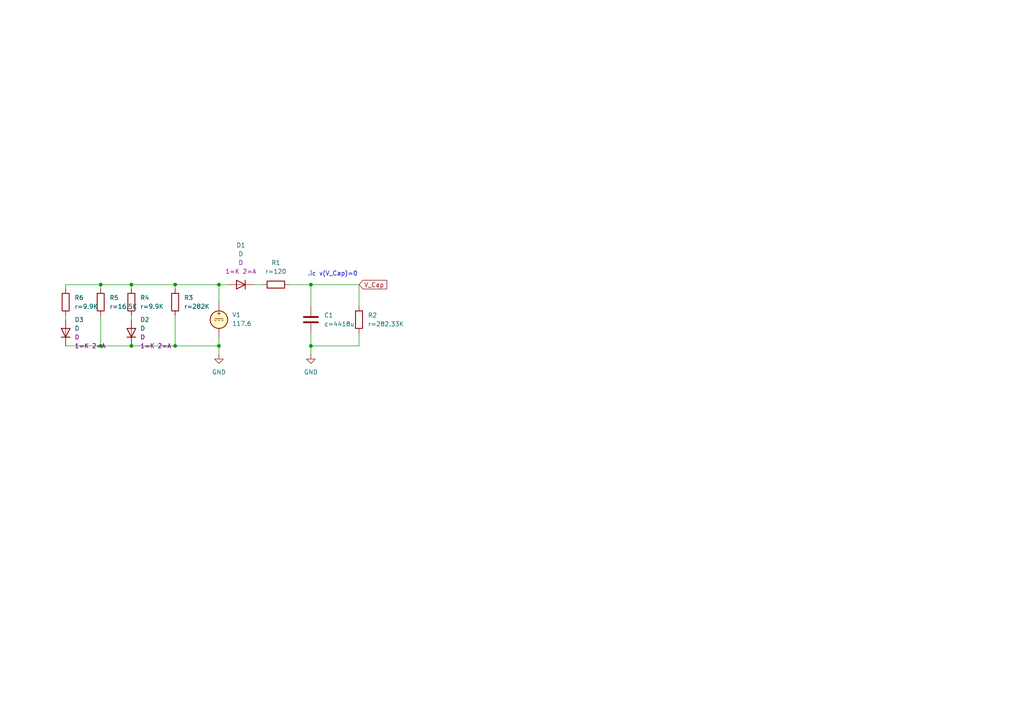
<source format=kicad_sch>
(kicad_sch (version 20231120) (generator "eeschema") (generator_version "8.0")
  (paper "A4")
  (lib_symbols
    (symbol "D_1" (pin_numbers hide) (pin_names (offset 1.016) hide)
      (property "Reference" "D" (at 0 2.54 0))
      (property "Value" "D" (at 0 -2.54 0))
      (property "Sim.Device" "D" (at 0 0 0))
      (property "Sim.Pins" "1=K 2=A" (at 0 0 0))
      (symbol "D_1_0_1"
        (polyline (pts (xy -1.27 1.27) (xy -1.27 -1.27)) (stroke (width 0.254)))
        (polyline (pts (xy 1.27 0) (xy -1.27 0)))
        (polyline (pts (xy 1.27 1.27) (xy 1.27 -1.27) (xy -1.27 0) (xy 1.27 1.27)) (stroke (width 0.254)))
      )
      (symbol "D_1_1_1"
        (pin passive line (at -3.81 0 0) (length 2.54) (name "K") (number "1"))
        (pin passive line (at 3.81 0 180) (length 2.54) (name "A") (number "2"))
      )
    )
    (symbol "Device:C" (pin_numbers hide) (pin_names (offset 0.254))
      (property "Reference" "C" (at 0.635 2.54 0))
      (property "Value" "C" (at 0.635 -2.54 0))
      (symbol "C_0_1"
        (polyline (pts (xy -2.032 -0.762) (xy 2.032 -0.762)) (stroke (width 0.508)))
        (polyline (pts (xy -2.032 0.762) (xy 2.032 0.762)) (stroke (width 0.508)))
      )
      (symbol "C_1_1"
        (pin passive line (at 0 3.81 270) (length 2.794) (name "~") (number "1"))
        (pin passive line (at 0 -3.81 90) (length 2.794) (name "~") (number "2"))
      )
    )
    (symbol "Device:R" (pin_numbers hide) (pin_names (offset 0))
      (property "Reference" "R" (at 2.032 0 90))
      (property "Value" "R" (at 0 0 90))
      (symbol "R_0_1"
        (rectangle (start -1.016 -2.54) (end 1.016 2.54) (stroke (width 0.254)))
      )
      (symbol "R_1_1"
        (pin passive line (at 0 3.81 270) (length 1.27) (name "~") (number "1"))
        (pin passive line (at 0 -3.81 90) (length 1.27) (name "~") (number "2"))
      )
    )
    (symbol "Simulation_SPICE:VDC" (pin_numbers hide) (pin_names (offset 0.0254))
      (property "Reference" "V" (at 2.54 2.54 0))
      (property "Value" "1" (at 2.54 0 0))
      (symbol "VDC_0_0"
        (polyline (pts (xy -1.27 0.254) (xy 1.27 0.254)))
        (polyline (pts (xy -0.762 -0.254) (xy -1.27 -0.254)))
        (polyline (pts (xy 0.254 -0.254) (xy -0.254 -0.254)))
        (polyline (pts (xy 1.27 -0.254) (xy 0.762 -0.254)))
        (text "+" (at 0 1.905 0) (effects (font (size 1.27 1.27))))
      )
      (symbol "VDC_0_1"
        (circle (center 0 0) (radius 2.54) (stroke (width 0.254)) (fill (type background)))
      )
      (symbol "VDC_1_1"
        (pin passive line (at 0 5.08 270) (length 2.54) (name "~") (number "1"))
        (pin passive line (at 0 -5.08 90) (length 2.54) (name "~") (number "2"))
      )
    )
    (symbol "power:GND" (power) (pin_numbers hide) (pin_names (offset 0) hide)
      (property "Value" "GND" (at 0 -3.81 0))
      (symbol "GND_0_1"
        (polyline (pts (xy 0 0) (xy 0 -1.27) (xy 1.27 -1.27) (xy 0 -2.54) (xy -1.27 -1.27) (xy 0 -1.27)))
      )
      (symbol "GND_1_1"
        (pin power_in line (at 0 0 270) (length 0) (name "~") (number "1"))
      )
    )
  )
  (junction (at 50.8 100.33))
  (junction (at 90.17 82.55))
  (junction (at 63.5 82.55))
  (junction (at 63.5 100.33))
  (junction (at 90.17 100.33))
  (junction (at 38.1 100.33))
  (junction (at 29.21 100.33))
  (junction (at 29.21 82.55))
  (junction (at 50.8 82.55))
  (junction (at 38.1 82.55))
  (wire (pts (xy 50.8 100.33) (xy 63.5 100.33)))
  (wire (pts (xy 104.14 88.9) (xy 104.14 82.55)))
  (wire (pts (xy 19.05 82.55) (xy 29.21 82.55)))
  (wire (pts (xy 104.14 82.55) (xy 90.17 82.55)))
  (wire (pts (xy 38.1 82.55) (xy 50.8 82.55)))
  (wire (pts (xy 63.5 97.79) (xy 63.5 100.33)))
  (wire (pts (xy 90.17 88.9) (xy 90.17 82.55)))
  (wire (pts (xy 50.8 83.82) (xy 50.8 82.55)))
  (wire (pts (xy 29.21 91.44) (xy 29.21 100.33)))
  (wire (pts (xy 73.66 82.55) (xy 76.2 82.55)))
  (wire (pts (xy 29.21 82.55) (xy 29.21 83.82)))
  (wire (pts (xy 104.14 100.33) (xy 104.14 96.52)))
  (wire (pts (xy 29.21 100.33) (xy 38.1 100.33)))
  (wire (pts (xy 19.05 100.33) (xy 29.21 100.33)))
  (wire (pts (xy 38.1 83.82) (xy 38.1 82.55)))
  (wire (pts (xy 66.04 82.55) (xy 63.5 82.55)))
  (wire (pts (xy 19.05 83.82) (xy 19.05 82.55)))
  (wire (pts (xy 104.14 100.33) (xy 90.17 100.33)))
  (wire (pts (xy 38.1 91.44) (xy 38.1 92.71)))
  (wire (pts (xy 38.1 100.33) (xy 50.8 100.33)))
  (wire (pts (xy 50.8 100.33) (xy 50.8 91.44)))
  (wire (pts (xy 90.17 96.52) (xy 90.17 100.33)))
  (wire (pts (xy 90.17 102.87) (xy 90.17 100.33)))
  (wire (pts (xy 29.21 82.55) (xy 38.1 82.55)))
  (wire (pts (xy 63.5 102.87) (xy 63.5 100.33)))
  (wire (pts (xy 19.05 92.71) (xy 19.05 91.44)))
  (wire (pts (xy 90.17 82.55) (xy 83.82 82.55)))
  (wire (pts (xy 63.5 82.55) (xy 63.5 87.63)))
  (wire (pts (xy 50.8 82.55) (xy 63.5 82.55)))
  (text ".ic v(V_Cap)=0" (at 96.52 79.502 0) (effects (font (size 1.27 1.27))))
  (global_label "V_Cap" (shape input) (at 104.14 82.55 0) (property "Intersheetrefs" "${INTERSHEET_REFS}" (effects (hide yes))))
  (symbol (lib_id "Device:R") (at 80.01 82.55 90) (unit 1)
    (property "Reference" "R1" (at 80.01 76.2 90))
    (property "Value" "${SIM.PARAMS}" (at 80.01 78.74 90))
    (property "Description" "Resistor" (effects (hide yes)))
    (property "Sim.Device" "R" (effects (hide yes)))
    (property "Sim.Params" "r=120" (effects (hide yes)))
    (property "Sim.Pins" "1=+ 2=-" (effects (hide yes)))
  )
  (symbol (lib_name "D_1") (lib_id "Simulation_SPICE:D") (at 69.85 82.55 180) (unit 1)
    (property "Reference" "D1" (at 69.85 71.12 0))
    (property "Value" "D" (at 69.85 73.66 0))
    (property "Datasheet" "https://ngspice.sourceforge.io/docs/ngspice-html-manual/manual.xhtml#cha_DIODEs" (effects (hide yes)))
    (property "Description" "Diode for simulation or PCB" (effects (hide yes)))
    (property "Sim.Device" "D" (at 69.85 76.2 0))
    (property "Sim.Pins" "1=K 2=A" (at 69.85 78.74 0))
    (property "Sim.Params" "vj=1 php=1" (effects (hide yes)))
  )
  (symbol (lib_id "Device:R") (at 29.21 87.63 180) (unit 1)
    (property "Reference" "R5" (at 31.75 86.3599 0) (effects (justify right)))
    (property "Value" "${SIM.PARAMS}" (at 31.75 88.8999 0) (effects (justify right)))
    (property "Description" "Resistor" (effects (hide yes)))
    (property "Sim.Device" "R" (effects (hide yes)))
    (property "Sim.Params" "r=16.5K" (effects (hide yes)))
    (property "Sim.Pins" "1=+ 2=-" (effects (hide yes)))
  )
  (symbol (lib_id "Device:R") (at 104.14 92.71 0) (unit 1)
    (property "Reference" "R2" (at 106.68 91.4399 0) (effects (justify left)))
    (property "Value" "${SIM.PARAMS}" (at 106.68 93.9799 0) (effects (justify left)))
    (property "Description" "Resistor" (effects (hide yes)))
    (property "Sim.Device" "R" (effects (hide yes)))
    (property "Sim.Params" "r=282.33K" (effects (hide yes)))
    (property "Sim.Pins" "1=+ 2=-" (effects (hide yes)))
  )
  (symbol (lib_name "D_1") (lib_id "Simulation_SPICE:D") (at 38.1 96.52 90) (unit 1)
    (property "Reference" "D2" (at 40.64 92.7099 90) (effects (justify right)))
    (property "Value" "D" (at 40.64 95.2499 90) (effects (justify right)))
    (property "Datasheet" "https://ngspice.sourceforge.io/docs/ngspice-html-manual/manual.xhtml#cha_DIODEs" (effects (hide yes)))
    (property "Description" "Diode for simulation or PCB" (effects (hide yes)))
    (property "Sim.Device" "D" (at 40.64 97.7899 90) (effects (justify right)))
    (property "Sim.Pins" "1=K 2=A" (at 40.64 100.3299 90) (effects (justify right)))
    (property "Sim.Params" "vj=1.1 php=1.1" (effects (hide yes)))
  )
  (symbol (lib_id "Simulation_SPICE:VDC") (at 63.5 92.71 0) (unit 1)
    (property "Reference" "V1" (at 67.31 91.3101 0) (effects (justify left)))
    (property "Value" "117.6" (at 67.31 93.8501 0) (effects (justify left)))
    (property "Datasheet" "https://ngspice.sourceforge.io/docs/ngspice-html-manual/manual.xhtml#sec_Independent_Sources_for" (effects (hide yes)))
    (property "Description" "Voltage source, DC" (effects (hide yes)))
    (property "Sim.Pins" "1=+ 2=-" (effects (hide yes)))
    (property "Sim.Type" "DC" (effects (hide yes)))
    (property "Sim.Device" "V" (effects (hide yes)))
    (property "Sim.Params" "ac=0 ph=0 portnum=0 z0=70m" (effects (hide yes)))
  )
  (symbol (lib_id "Device:C") (at 90.17 92.71 0) (unit 1)
    (property "Reference" "C1" (at 93.98 91.4399 0) (effects (justify left)))
    (property "Value" "${SIM.PARAMS}" (at 93.98 93.9799 0) (effects (justify left)))
    (property "Description" "Unpolarized capacitor" (effects (hide yes)))
    (property "Sim.Device" "C" (effects (hide yes)))
    (property "Sim.Pins" "1=+ 2=-" (effects (hide yes)))
    (property "Sim.Params" "c=4418u" (effects (hide yes)))
  )
  (symbol (lib_id "power:GND") (at 63.5 102.87 0) (unit 1)
    (property "Reference" "#PWR01" (effects (hide yes)))
    (property "Value" "GND" (at 63.5 107.95 0))
    (property "Description" "Power symbol creates a global label with name \"GND\" , ground" (effects (hide yes)))
  )
  (symbol (lib_id "Device:R") (at 50.8 87.63 0) (unit 1)
    (property "Reference" "R3" (at 53.34 86.3599 0) (effects (justify left)))
    (property "Value" "${SIM.PARAMS}" (at 53.34 88.8999 0) (effects (justify left)))
    (property "Description" "Resistor" (effects (hide yes)))
    (property "Sim.Device" "R" (effects (hide yes)))
    (property "Sim.Pins" "1=+ 2=-" (effects (hide yes)))
    (property "Sim.Params" "r=282K" (effects (hide yes)))
  )
  (symbol (lib_name "D_1") (lib_id "Simulation_SPICE:D") (at 19.05 96.52 90) (unit 1)
    (property "Reference" "D3" (at 21.59 92.7099 90) (effects (justify right)))
    (property "Value" "D" (at 21.59 95.2499 90) (effects (justify right)))
    (property "Datasheet" "https://ngspice.sourceforge.io/docs/ngspice-html-manual/manual.xhtml#cha_DIODEs" (effects (hide yes)))
    (property "Description" "Diode for simulation or PCB" (effects (hide yes)))
    (property "Sim.Device" "D" (at 21.59 97.7899 90) (effects (justify right)))
    (property "Sim.Pins" "1=K 2=A" (at 21.59 100.3299 90) (effects (justify right)))
    (property "Sim.Params" "vj=1.1 php=1.1" (effects (hide yes)))
  )
  (symbol (lib_id "Device:R") (at 38.1 87.63 180) (unit 1)
    (property "Reference" "R4" (at 40.64 86.3599 0) (effects (justify right)))
    (property "Value" "${SIM.PARAMS}" (at 40.64 88.8999 0) (effects (justify right)))
    (property "Description" "Resistor" (effects (hide yes)))
    (property "Sim.Device" "R" (effects (hide yes)))
    (property "Sim.Params" "r=9.9K" (effects (hide yes)))
    (property "Sim.Pins" "1=+ 2=-" (effects (hide yes)))
  )
  (symbol (lib_id "Device:R") (at 19.05 87.63 180) (unit 1)
    (property "Reference" "R6" (at 21.59 86.3599 0) (effects (justify right)))
    (property "Value" "${SIM.PARAMS}" (at 21.59 88.8999 0) (effects (justify right)))
    (property "Description" "Resistor" (effects (hide yes)))
    (property "Sim.Device" "R" (effects (hide yes)))
    (property "Sim.Params" "r=9.9K" (effects (hide yes)))
    (property "Sim.Pins" "1=+ 2=-" (effects (hide yes)))
  )
  (symbol (lib_id "power:GND") (at 90.17 102.87 0) (unit 1)
    (property "Reference" "#PWR02" (effects (hide yes)))
    (property "Value" "GND" (at 90.17 107.95 0))
    (property "Description" "Power symbol creates a global label with name \"GND\" , ground" (effects (hide yes)))
  )
)
</source>
